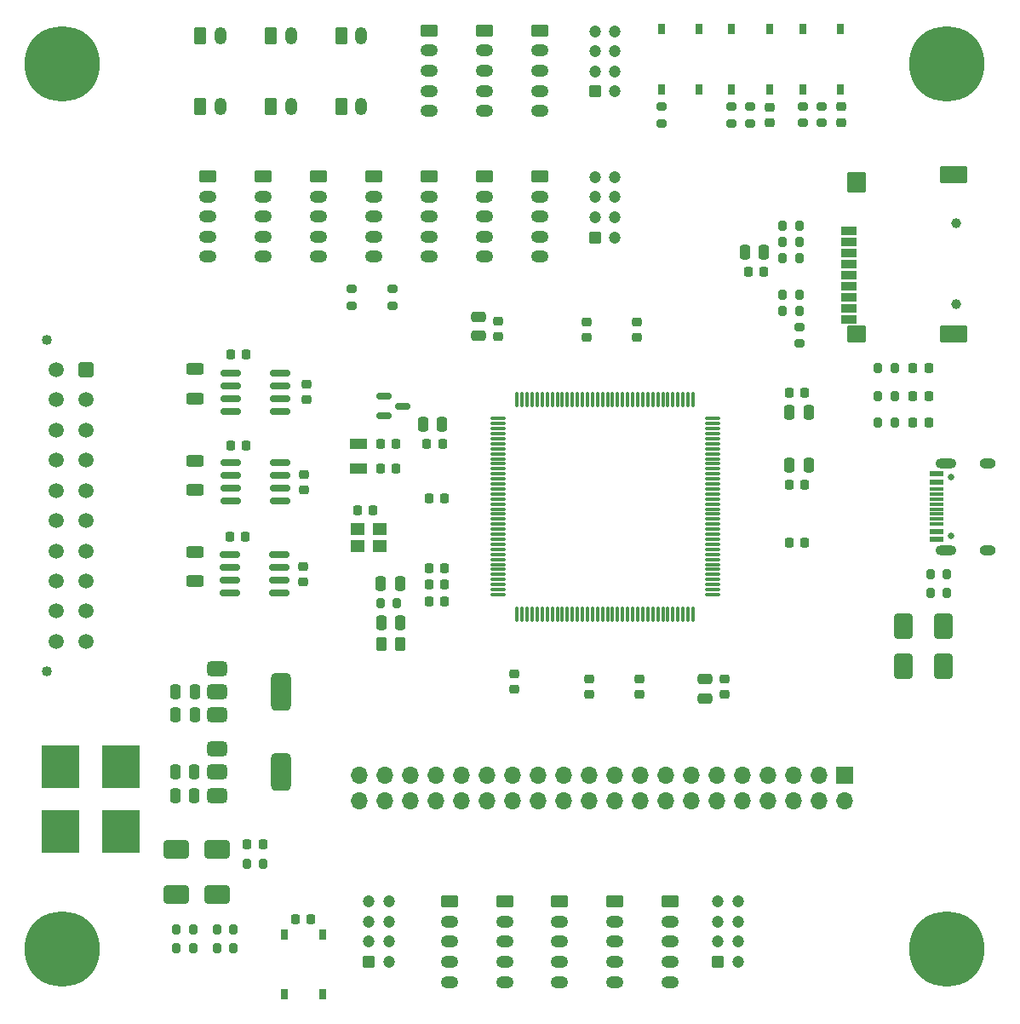
<source format=gbr>
%TF.GenerationSoftware,KiCad,Pcbnew,8.0.1*%
%TF.CreationDate,2024-03-19T23:57:42+08:00*%
%TF.ProjectId,bigger-brain,62696767-6572-42d6-9272-61696e2e6b69,2*%
%TF.SameCoordinates,Original*%
%TF.FileFunction,Soldermask,Top*%
%TF.FilePolarity,Negative*%
%FSLAX46Y46*%
G04 Gerber Fmt 4.6, Leading zero omitted, Abs format (unit mm)*
G04 Created by KiCad (PCBNEW 8.0.1) date 2024-03-19 23:57:42*
%MOMM*%
%LPD*%
G01*
G04 APERTURE LIST*
G04 Aperture macros list*
%AMRoundRect*
0 Rectangle with rounded corners*
0 $1 Rounding radius*
0 $2 $3 $4 $5 $6 $7 $8 $9 X,Y pos of 4 corners*
0 Add a 4 corners polygon primitive as box body*
4,1,4,$2,$3,$4,$5,$6,$7,$8,$9,$2,$3,0*
0 Add four circle primitives for the rounded corners*
1,1,$1+$1,$2,$3*
1,1,$1+$1,$4,$5*
1,1,$1+$1,$6,$7*
1,1,$1+$1,$8,$9*
0 Add four rect primitives between the rounded corners*
20,1,$1+$1,$2,$3,$4,$5,0*
20,1,$1+$1,$4,$5,$6,$7,0*
20,1,$1+$1,$6,$7,$8,$9,0*
20,1,$1+$1,$8,$9,$2,$3,0*%
G04 Aperture macros list end*
%ADD10RoundRect,0.250000X-0.625000X0.350000X-0.625000X-0.350000X0.625000X-0.350000X0.625000X0.350000X0*%
%ADD11O,1.750000X1.200000*%
%ADD12R,0.750000X1.000000*%
%ADD13RoundRect,0.225000X-0.250000X0.225000X-0.250000X-0.225000X0.250000X-0.225000X0.250000X0.225000X0*%
%ADD14RoundRect,0.250000X0.475000X-0.250000X0.475000X0.250000X-0.475000X0.250000X-0.475000X-0.250000X0*%
%ADD15RoundRect,0.375000X-0.625000X-0.375000X0.625000X-0.375000X0.625000X0.375000X-0.625000X0.375000X0*%
%ADD16RoundRect,0.500000X-0.500000X-1.400000X0.500000X-1.400000X0.500000X1.400000X-0.500000X1.400000X0*%
%ADD17C,4.700000*%
%ADD18C,7.500000*%
%ADD19R,3.810000X4.240000*%
%ADD20RoundRect,0.075000X-0.662500X-0.075000X0.662500X-0.075000X0.662500X0.075000X-0.662500X0.075000X0*%
%ADD21RoundRect,0.075000X-0.075000X-0.662500X0.075000X-0.662500X0.075000X0.662500X-0.075000X0.662500X0*%
%ADD22RoundRect,0.250000X0.250000X0.475000X-0.250000X0.475000X-0.250000X-0.475000X0.250000X-0.475000X0*%
%ADD23RoundRect,0.250000X-0.350000X-0.625000X0.350000X-0.625000X0.350000X0.625000X-0.350000X0.625000X0*%
%ADD24O,1.200000X1.750000*%
%ADD25RoundRect,0.200000X0.200000X0.275000X-0.200000X0.275000X-0.200000X-0.275000X0.200000X-0.275000X0*%
%ADD26RoundRect,0.150000X0.825000X0.150000X-0.825000X0.150000X-0.825000X-0.150000X0.825000X-0.150000X0*%
%ADD27R,1.700000X1.700000*%
%ADD28O,1.700000X1.700000*%
%ADD29RoundRect,0.225000X0.250000X-0.225000X0.250000X0.225000X-0.250000X0.225000X-0.250000X-0.225000X0*%
%ADD30RoundRect,0.218750X-0.218750X-0.256250X0.218750X-0.256250X0.218750X0.256250X-0.218750X0.256250X0*%
%ADD31RoundRect,0.200000X-0.275000X0.200000X-0.275000X-0.200000X0.275000X-0.200000X0.275000X0.200000X0*%
%ADD32RoundRect,0.218750X0.218750X0.256250X-0.218750X0.256250X-0.218750X-0.256250X0.218750X-0.256250X0*%
%ADD33RoundRect,0.250000X-0.475000X0.250000X-0.475000X-0.250000X0.475000X-0.250000X0.475000X0.250000X0*%
%ADD34RoundRect,0.250000X-0.250000X-0.475000X0.250000X-0.475000X0.250000X0.475000X-0.250000X0.475000X0*%
%ADD35R,1.400000X1.200000*%
%ADD36RoundRect,0.225000X-0.225000X-0.250000X0.225000X-0.250000X0.225000X0.250000X-0.225000X0.250000X0*%
%ADD37RoundRect,0.200000X-0.200000X-0.275000X0.200000X-0.275000X0.200000X0.275000X-0.200000X0.275000X0*%
%ADD38RoundRect,0.250000X0.650000X-1.000000X0.650000X1.000000X-0.650000X1.000000X-0.650000X-1.000000X0*%
%ADD39RoundRect,0.250000X-0.625000X0.312500X-0.625000X-0.312500X0.625000X-0.312500X0.625000X0.312500X0*%
%ADD40C,0.650000*%
%ADD41R,1.450000X0.600000*%
%ADD42R,1.450000X0.300000*%
%ADD43O,2.100000X1.000000*%
%ADD44O,1.600000X1.000000*%
%ADD45R,1.800000X1.000000*%
%ADD46RoundRect,0.250000X-0.262500X-0.450000X0.262500X-0.450000X0.262500X0.450000X-0.262500X0.450000X0*%
%ADD47RoundRect,0.250000X1.000000X0.650000X-1.000000X0.650000X-1.000000X-0.650000X1.000000X-0.650000X0*%
%ADD48RoundRect,0.250000X0.350000X-0.350000X0.350000X0.350000X-0.350000X0.350000X-0.350000X-0.350000X0*%
%ADD49C,1.200000*%
%ADD50RoundRect,0.225000X0.225000X0.250000X-0.225000X0.250000X-0.225000X-0.250000X0.225000X-0.250000X0*%
%ADD51RoundRect,0.200000X0.275000X-0.200000X0.275000X0.200000X-0.275000X0.200000X-0.275000X-0.200000X0*%
%ADD52RoundRect,0.150000X-0.587500X-0.150000X0.587500X-0.150000X0.587500X0.150000X-0.587500X0.150000X0*%
%ADD53C,0.999997*%
%ADD54RoundRect,0.102000X0.650000X0.350000X-0.650000X0.350000X-0.650000X-0.350000X0.650000X-0.350000X0*%
%ADD55RoundRect,0.102000X0.825500X0.723900X-0.825500X0.723900X-0.825500X-0.723900X0.825500X-0.723900X0*%
%ADD56RoundRect,0.102000X1.219200X0.723900X-1.219200X0.723900X-1.219200X-0.723900X1.219200X-0.723900X0*%
%ADD57RoundRect,0.102000X0.825500X0.927100X-0.825500X0.927100X-0.825500X-0.927100X0.825500X-0.927100X0*%
%ADD58C,1.020000*%
%ADD59RoundRect,0.250001X-0.499999X0.499999X-0.499999X-0.499999X0.499999X-0.499999X0.499999X0.499999X0*%
%ADD60C,1.500000*%
G04 APERTURE END LIST*
D10*
%TO.C,J414*%
X51027276Y-72181808D03*
D11*
X51027276Y-74181808D03*
X51027276Y-76181808D03*
X51027276Y-78181808D03*
X51027276Y-80181808D03*
%TD*%
D12*
%TO.C,SW404*%
X104681601Y-63552298D03*
X104681601Y-57552298D03*
X108431601Y-63552298D03*
X108431601Y-57552298D03*
%TD*%
%TO.C,SW402*%
X53150000Y-153500000D03*
X53150000Y-147500000D03*
X56900000Y-153500000D03*
X56900000Y-147500000D03*
%TD*%
D13*
%TO.C,C203*%
X76000000Y-121625000D03*
X76000000Y-123175000D03*
%TD*%
D14*
%TO.C,C212*%
X72400000Y-88050000D03*
X72400000Y-86150000D03*
%TD*%
D15*
%TO.C,U203*%
X46450000Y-121099994D03*
X46450000Y-123399994D03*
D16*
X52750000Y-123399994D03*
D15*
X46450000Y-125699994D03*
%TD*%
%TO.C,U201*%
X46450000Y-129100000D03*
X46450000Y-131400000D03*
D16*
X52750000Y-131400000D03*
D15*
X46450000Y-133700000D03*
%TD*%
D17*
%TO.C,H404*%
X119000000Y-149000000D03*
D18*
X119000000Y-149000000D03*
%TD*%
D19*
%TO.C,F201*%
X36842557Y-130895291D03*
X36842557Y-137265291D03*
%TD*%
D12*
%TO.C,SW401*%
X90581611Y-63523965D03*
X90581611Y-57523965D03*
X94331611Y-63523965D03*
X94331611Y-57523965D03*
%TD*%
D10*
%TO.C,J418*%
X73027276Y-72181807D03*
D11*
X73027276Y-74181807D03*
X73027276Y-76181807D03*
X73027276Y-78181807D03*
X73027276Y-80181807D03*
%TD*%
D20*
%TO.C,U101*%
X74337500Y-96250000D03*
X74337500Y-96750000D03*
X74337500Y-97250000D03*
X74337500Y-97750000D03*
X74337500Y-98250000D03*
X74337500Y-98750000D03*
X74337500Y-99250000D03*
X74337500Y-99750000D03*
X74337500Y-100250000D03*
X74337500Y-100750000D03*
X74337500Y-101250000D03*
X74337500Y-101750000D03*
X74337500Y-102250000D03*
X74337500Y-102750000D03*
X74337500Y-103250000D03*
X74337500Y-103750000D03*
X74337500Y-104250000D03*
X74337500Y-104750000D03*
X74337500Y-105250000D03*
X74337500Y-105750000D03*
X74337500Y-106250000D03*
X74337500Y-106750000D03*
X74337500Y-107250000D03*
X74337500Y-107750000D03*
X74337500Y-108250000D03*
X74337500Y-108750000D03*
X74337500Y-109250000D03*
X74337500Y-109750000D03*
X74337500Y-110250000D03*
X74337500Y-110750000D03*
X74337500Y-111250000D03*
X74337500Y-111750000D03*
X74337500Y-112250000D03*
X74337500Y-112750000D03*
X74337500Y-113250000D03*
X74337500Y-113750000D03*
D21*
X76250000Y-115662500D03*
X76750000Y-115662500D03*
X77250000Y-115662500D03*
X77750000Y-115662500D03*
X78250000Y-115662500D03*
X78750000Y-115662500D03*
X79250000Y-115662500D03*
X79750000Y-115662500D03*
X80250000Y-115662500D03*
X80750000Y-115662500D03*
X81250000Y-115662500D03*
X81750000Y-115662500D03*
X82250000Y-115662500D03*
X82750000Y-115662500D03*
X83250000Y-115662500D03*
X83750000Y-115662500D03*
X84250000Y-115662500D03*
X84750000Y-115662500D03*
X85250000Y-115662500D03*
X85750000Y-115662500D03*
X86250000Y-115662500D03*
X86750000Y-115662500D03*
X87250000Y-115662500D03*
X87750000Y-115662500D03*
X88250000Y-115662500D03*
X88750000Y-115662500D03*
X89250000Y-115662500D03*
X89750000Y-115662500D03*
X90250000Y-115662500D03*
X90750000Y-115662500D03*
X91250000Y-115662500D03*
X91750000Y-115662500D03*
X92250000Y-115662500D03*
X92750000Y-115662500D03*
X93250000Y-115662500D03*
X93750000Y-115662500D03*
D20*
X95662500Y-113750000D03*
X95662500Y-113250000D03*
X95662500Y-112750000D03*
X95662500Y-112250000D03*
X95662500Y-111750000D03*
X95662500Y-111250000D03*
X95662500Y-110750000D03*
X95662500Y-110250000D03*
X95662500Y-109750000D03*
X95662500Y-109250000D03*
X95662500Y-108750000D03*
X95662500Y-108250000D03*
X95662500Y-107750000D03*
X95662500Y-107250000D03*
X95662500Y-106750000D03*
X95662500Y-106250000D03*
X95662500Y-105750000D03*
X95662500Y-105250000D03*
X95662500Y-104750000D03*
X95662500Y-104250000D03*
X95662500Y-103750000D03*
X95662500Y-103250000D03*
X95662500Y-102750000D03*
X95662500Y-102250000D03*
X95662500Y-101750000D03*
X95662500Y-101250000D03*
X95662500Y-100750000D03*
X95662500Y-100250000D03*
X95662500Y-99750000D03*
X95662500Y-99250000D03*
X95662500Y-98750000D03*
X95662500Y-98250000D03*
X95662500Y-97750000D03*
X95662500Y-97250000D03*
X95662500Y-96750000D03*
X95662500Y-96250000D03*
D21*
X93750000Y-94337500D03*
X93250000Y-94337500D03*
X92750000Y-94337500D03*
X92250000Y-94337500D03*
X91750000Y-94337500D03*
X91250000Y-94337500D03*
X90750000Y-94337500D03*
X90250000Y-94337500D03*
X89750000Y-94337500D03*
X89250000Y-94337500D03*
X88750000Y-94337500D03*
X88250000Y-94337500D03*
X87750000Y-94337500D03*
X87250000Y-94337500D03*
X86750000Y-94337500D03*
X86250000Y-94337500D03*
X85750000Y-94337500D03*
X85250000Y-94337500D03*
X84750000Y-94337500D03*
X84250000Y-94337500D03*
X83750000Y-94337500D03*
X83250000Y-94337500D03*
X82750000Y-94337500D03*
X82250000Y-94337500D03*
X81750000Y-94337500D03*
X81250000Y-94337500D03*
X80750000Y-94337500D03*
X80250000Y-94337500D03*
X79750000Y-94337500D03*
X79250000Y-94337500D03*
X78750000Y-94337500D03*
X78250000Y-94337500D03*
X77750000Y-94337500D03*
X77250000Y-94337500D03*
X76750000Y-94337500D03*
X76250000Y-94337500D03*
%TD*%
D22*
%TO.C,C227*%
X44200000Y-125699998D03*
X42300000Y-125699998D03*
%TD*%
D10*
%TO.C,J424*%
X80500000Y-144250000D03*
D11*
X80500000Y-146250000D03*
X80500000Y-148250000D03*
X80500000Y-150250000D03*
X80500000Y-152250000D03*
%TD*%
D23*
%TO.C,J410*%
X44749999Y-65199998D03*
D24*
X46749999Y-65199998D03*
%TD*%
D22*
%TO.C,C216*%
X68800000Y-96800000D03*
X66900000Y-96800000D03*
%TD*%
D25*
%TO.C,R201*%
X64325000Y-114600000D03*
X62675000Y-114600000D03*
%TD*%
D26*
%TO.C,U701*%
X52609523Y-113610500D03*
X52609523Y-112340500D03*
X52609523Y-111070500D03*
X52609523Y-109800500D03*
X47659523Y-109800500D03*
X47659523Y-111070500D03*
X47659523Y-112340500D03*
X47659523Y-113610500D03*
%TD*%
D27*
%TO.C,J403*%
X108809415Y-131697663D03*
D28*
X108809415Y-134237663D03*
X106269415Y-131697663D03*
X106269415Y-134237663D03*
X103729415Y-131697663D03*
X103729415Y-134237663D03*
X101189415Y-131697663D03*
X101189415Y-134237663D03*
X98649415Y-131697663D03*
X98649415Y-134237663D03*
X96109415Y-131697663D03*
X96109415Y-134237663D03*
X93569415Y-131697663D03*
X93569415Y-134237663D03*
X91029415Y-131697663D03*
X91029415Y-134237663D03*
X88489415Y-131697663D03*
X88489415Y-134237663D03*
X85949415Y-131697663D03*
X85949415Y-134237663D03*
X83409415Y-131697663D03*
X83409415Y-134237663D03*
X80869415Y-131697663D03*
X80869415Y-134237663D03*
X78329415Y-131697663D03*
X78329415Y-134237663D03*
X75789415Y-131697663D03*
X75789415Y-134237663D03*
X73249415Y-131697663D03*
X73249415Y-134237663D03*
X70709415Y-131697663D03*
X70709415Y-134237663D03*
X68169415Y-131697663D03*
X68169415Y-134237663D03*
X65629415Y-131697663D03*
X65629415Y-134237663D03*
X63089415Y-131697663D03*
X63089415Y-134237663D03*
X60549415Y-131697663D03*
X60549415Y-134237663D03*
%TD*%
D17*
%TO.C,H401*%
X31000000Y-61000000D03*
D18*
X31000000Y-61000000D03*
%TD*%
D10*
%TO.C,J419*%
X78527276Y-72181807D03*
D11*
X78527276Y-74181807D03*
X78527276Y-76181807D03*
X78527276Y-78181807D03*
X78527276Y-80181807D03*
%TD*%
D29*
%TO.C,C209*%
X88200000Y-88175000D03*
X88200000Y-86625000D03*
%TD*%
D23*
%TO.C,J411*%
X51749999Y-65199998D03*
D24*
X53749999Y-65199998D03*
%TD*%
D25*
%TO.C,R409*%
X113812500Y-91200000D03*
X112162500Y-91200000D03*
%TD*%
D10*
%TO.C,J409*%
X78527276Y-57681807D03*
D11*
X78527276Y-59681807D03*
X78527276Y-61681807D03*
X78527276Y-63681807D03*
X78527276Y-65681807D03*
%TD*%
D30*
%TO.C,D403*%
X115612499Y-91200000D03*
X117187501Y-91200000D03*
%TD*%
D10*
%TO.C,J417*%
X67527276Y-72181807D03*
D11*
X67527276Y-74181807D03*
X67527276Y-76181807D03*
X67527276Y-78181807D03*
X67527276Y-80181807D03*
%TD*%
D22*
%TO.C,C223*%
X44149998Y-133699998D03*
X42249998Y-133699998D03*
%TD*%
D23*
%TO.C,J405*%
X51749999Y-58199999D03*
D24*
X53749999Y-58199999D03*
%TD*%
D31*
%TO.C,R406*%
X90600000Y-65275000D03*
X90600000Y-66925000D03*
%TD*%
D13*
%TO.C,C501*%
X55034523Y-101775000D03*
X55034523Y-103325000D03*
%TD*%
D32*
%TO.C,D406*%
X51000000Y-138600000D03*
X49424998Y-138600000D03*
%TD*%
D23*
%TO.C,J404*%
X44749999Y-58199999D03*
D24*
X46749999Y-58199999D03*
%TD*%
D13*
%TO.C,C206*%
X96900000Y-122125000D03*
X96900000Y-123675000D03*
%TD*%
D33*
%TO.C,C219*%
X94950000Y-122150000D03*
X94950000Y-124050000D03*
%TD*%
D25*
%TO.C,R204*%
X44025000Y-147050000D03*
X42375000Y-147050000D03*
%TD*%
D10*
%TO.C,J407*%
X67527276Y-57681807D03*
D11*
X67527276Y-59681807D03*
X67527276Y-61681807D03*
X67527276Y-63681807D03*
X67527276Y-65681807D03*
%TD*%
D10*
%TO.C,J426*%
X91500000Y-144250000D03*
D11*
X91500000Y-146250000D03*
X91500000Y-148250000D03*
X91500000Y-150250000D03*
X91500000Y-152250000D03*
%TD*%
D23*
%TO.C,J406*%
X58749999Y-58199999D03*
D24*
X60749999Y-58199999D03*
%TD*%
D34*
%TO.C,C214*%
X103350000Y-100900000D03*
X105250000Y-100900000D03*
%TD*%
D13*
%TO.C,C601*%
X55284523Y-92825000D03*
X55284523Y-94375000D03*
%TD*%
D35*
%TO.C,X101*%
X60400000Y-108950000D03*
X62600000Y-108950000D03*
X62600000Y-107250000D03*
X60400000Y-107250000D03*
%TD*%
D25*
%TO.C,R414*%
X51000000Y-140500000D03*
X49350000Y-140500000D03*
%TD*%
D36*
%TO.C,C101*%
X60400000Y-105400000D03*
X61950000Y-105400000D03*
%TD*%
D37*
%TO.C,R205*%
X46425000Y-148900000D03*
X48075000Y-148900000D03*
%TD*%
D25*
%TO.C,R401*%
X119025000Y-111700000D03*
X117375000Y-111700000D03*
%TD*%
D30*
%TO.C,D405*%
X115600000Y-96658579D03*
X117175002Y-96658579D03*
%TD*%
D38*
%TO.C,D401*%
X118650000Y-120850000D03*
X118650000Y-116850000D03*
%TD*%
D25*
%TO.C,R202*%
X44025000Y-148900000D03*
X42375000Y-148900000D03*
%TD*%
D39*
%TO.C,R404*%
X44200000Y-100437500D03*
X44200000Y-103362500D03*
%TD*%
D10*
%TO.C,J415*%
X56527276Y-72181805D03*
D11*
X56527276Y-74181805D03*
X56527276Y-76181805D03*
X56527276Y-78181805D03*
X56527276Y-80181805D03*
%TD*%
D40*
%TO.C,J401*%
X119400000Y-107890000D03*
X119400000Y-102110000D03*
D41*
X117955000Y-108250000D03*
X117955000Y-107450000D03*
D42*
X117955000Y-106250000D03*
X117955000Y-105250000D03*
X117955000Y-104750000D03*
X117955000Y-103750000D03*
D41*
X117955000Y-102550000D03*
X117955000Y-101750000D03*
X117955000Y-101750000D03*
X117955000Y-102550000D03*
D42*
X117955000Y-103250000D03*
X117955000Y-104250000D03*
X117955000Y-105750000D03*
X117955000Y-106750000D03*
D41*
X117955000Y-107450000D03*
X117955000Y-108250000D03*
D43*
X118870000Y-109320000D03*
D44*
X123050000Y-109320000D03*
D43*
X118870000Y-100680000D03*
D44*
X123050000Y-100680000D03*
%TD*%
D22*
%TO.C,C302*%
X100778744Y-79700000D03*
X98878744Y-79700000D03*
%TD*%
D25*
%TO.C,R412*%
X113812501Y-94058577D03*
X112162501Y-94058577D03*
%TD*%
D45*
%TO.C,Y101*%
X60450000Y-101250000D03*
X60450000Y-98750000D03*
%TD*%
D46*
%TO.C,L201*%
X62787500Y-118700000D03*
X64612500Y-118700000D03*
%TD*%
D36*
%TO.C,C213*%
X103325000Y-102800000D03*
X104875000Y-102800000D03*
%TD*%
D47*
%TO.C,D203*%
X46400000Y-143595094D03*
X42400000Y-143595094D03*
%TD*%
D34*
%TO.C,C220*%
X103350000Y-95650000D03*
X105250000Y-95650000D03*
%TD*%
D48*
%TO.C,J421*%
X61500000Y-150250000D03*
D49*
X63500000Y-150250000D03*
X61500000Y-148250000D03*
X63500000Y-148250000D03*
X61500000Y-146250000D03*
X63500000Y-146250000D03*
X61500000Y-144250000D03*
X63500000Y-144250000D03*
%TD*%
D31*
%TO.C,R101*%
X59800000Y-83375000D03*
X59800000Y-85025000D03*
%TD*%
D47*
%TO.C,D202*%
X46400000Y-139100000D03*
X42400000Y-139100000D03*
%TD*%
D36*
%TO.C,C702*%
X47659523Y-108000000D03*
X49209523Y-108000000D03*
%TD*%
D25*
%TO.C,R413*%
X113812501Y-96658579D03*
X112162501Y-96658579D03*
%TD*%
D13*
%TO.C,C204*%
X83400000Y-122150000D03*
X83400000Y-123700000D03*
%TD*%
D31*
%TO.C,R407*%
X99456611Y-65275000D03*
X99456611Y-66925000D03*
%TD*%
D26*
%TO.C,U501*%
X52709523Y-104460500D03*
X52709523Y-103190500D03*
X52709523Y-101920500D03*
X52709523Y-100650500D03*
X47759523Y-100650500D03*
X47759523Y-101920500D03*
X47759523Y-103190500D03*
X47759523Y-104460500D03*
%TD*%
D36*
%TO.C,C502*%
X47759523Y-98900000D03*
X49309523Y-98900000D03*
%TD*%
D50*
%TO.C,C215*%
X68825000Y-98750000D03*
X67275000Y-98750000D03*
%TD*%
D36*
%TO.C,C207*%
X103325000Y-108600000D03*
X104875000Y-108600000D03*
%TD*%
D25*
%TO.C,R305*%
X104303745Y-78700000D03*
X102653745Y-78700000D03*
%TD*%
D29*
%TO.C,C403*%
X108456601Y-66827298D03*
X108456601Y-65277298D03*
%TD*%
D17*
%TO.C,H402*%
X119000000Y-61000000D03*
D18*
X119000000Y-61000000D03*
%TD*%
D22*
%TO.C,C228*%
X44200000Y-123399996D03*
X42300000Y-123399996D03*
%TD*%
D51*
%TO.C,R102*%
X63900000Y-85025000D03*
X63900000Y-83375000D03*
%TD*%
D26*
%TO.C,U601*%
X52709523Y-95510500D03*
X52709523Y-94240500D03*
X52709523Y-92970500D03*
X52709523Y-91700500D03*
X47759523Y-91700500D03*
X47759523Y-92970500D03*
X47759523Y-94240500D03*
X47759523Y-95510500D03*
%TD*%
D48*
%TO.C,SWD401*%
X84000000Y-63750000D03*
D49*
X86000000Y-63750000D03*
X84000000Y-61750000D03*
X86000000Y-61750000D03*
X84000000Y-59750000D03*
X86000000Y-59750000D03*
X84000000Y-57750000D03*
X86000000Y-57750000D03*
%TD*%
D50*
%TO.C,C301*%
X100803745Y-81700000D03*
X99253745Y-81700000D03*
%TD*%
D10*
%TO.C,J423*%
X75000000Y-144250000D03*
D11*
X75000000Y-146250000D03*
X75000000Y-148250000D03*
X75000000Y-150250000D03*
X75000000Y-152250000D03*
%TD*%
D17*
%TO.C,H403*%
X31000000Y-149000000D03*
D18*
X31000000Y-149000000D03*
%TD*%
D29*
%TO.C,C210*%
X83200000Y-88175000D03*
X83200000Y-86625000D03*
%TD*%
D39*
%TO.C,R405*%
X44200000Y-109487500D03*
X44200000Y-112412500D03*
%TD*%
D30*
%TO.C,D404*%
X115600000Y-94058577D03*
X117175002Y-94058577D03*
%TD*%
D50*
%TO.C,C217*%
X69025000Y-114400000D03*
X67475000Y-114400000D03*
%TD*%
D36*
%TO.C,C602*%
X47784523Y-89850000D03*
X49334523Y-89850000D03*
%TD*%
D52*
%TO.C,D201*%
X63000000Y-94050000D03*
X63000000Y-95950000D03*
X64875000Y-95000000D03*
%TD*%
D19*
%TO.C,F202*%
X30847464Y-130895290D03*
X30847464Y-137265290D03*
%TD*%
D31*
%TO.C,R408*%
X106556601Y-65227298D03*
X106556601Y-66877298D03*
%TD*%
D23*
%TO.C,J412*%
X58749999Y-65199998D03*
D24*
X60749999Y-65199998D03*
%TD*%
D10*
%TO.C,J413*%
X45527276Y-72181807D03*
D11*
X45527276Y-74181807D03*
X45527276Y-76181807D03*
X45527276Y-78181807D03*
X45527276Y-80181807D03*
%TD*%
D53*
%TO.C,J301*%
X119909345Y-84840000D03*
X119909345Y-76864400D03*
D54*
X109204945Y-77606400D03*
X109204945Y-78706400D03*
X109204945Y-79806400D03*
X109204945Y-80906400D03*
X109204945Y-82006400D03*
X109204945Y-83106400D03*
X109204945Y-84206400D03*
X109204945Y-85306400D03*
X109204945Y-86406400D03*
D55*
X109978745Y-87824800D03*
D56*
X119678745Y-87824800D03*
D57*
X109978745Y-72775000D03*
D56*
X119678745Y-72000000D03*
%TD*%
D50*
%TO.C,C202*%
X69025000Y-111150000D03*
X67475000Y-111150000D03*
%TD*%
D34*
%TO.C,C222*%
X62700000Y-112650000D03*
X64600000Y-112650000D03*
%TD*%
D10*
%TO.C,J416*%
X62027276Y-72181807D03*
D11*
X62027276Y-74181807D03*
X62027276Y-76181807D03*
X62027276Y-78181807D03*
X62027276Y-80181807D03*
%TD*%
D10*
%TO.C,J425*%
X86000000Y-144250000D03*
D11*
X86000000Y-146250000D03*
X86000000Y-148250000D03*
X86000000Y-150250000D03*
X86000000Y-152250000D03*
%TD*%
D36*
%TO.C,C401*%
X54225000Y-146050000D03*
X55775000Y-146050000D03*
%TD*%
D25*
%TO.C,R402*%
X119025000Y-113600000D03*
X117375000Y-113600000D03*
%TD*%
D36*
%TO.C,C208*%
X103325000Y-93700000D03*
X104875000Y-93700000D03*
%TD*%
D25*
%TO.C,R301*%
X104303745Y-80300000D03*
X102653745Y-80300000D03*
%TD*%
D10*
%TO.C,J408*%
X73027276Y-57681807D03*
D11*
X73027276Y-59681807D03*
X73027276Y-61681807D03*
X73027276Y-63681807D03*
X73027276Y-65681807D03*
%TD*%
D22*
%TO.C,C224*%
X44150000Y-131399997D03*
X42250000Y-131399997D03*
%TD*%
D25*
%TO.C,R303*%
X104303745Y-85550000D03*
X102653745Y-85550000D03*
%TD*%
D37*
%TO.C,R203*%
X46425000Y-147050000D03*
X48075000Y-147050000D03*
%TD*%
D51*
%TO.C,R411*%
X104656601Y-66877298D03*
X104656601Y-65227298D03*
%TD*%
D48*
%TO.C,J427*%
X96250000Y-150250000D03*
D49*
X98250000Y-150250000D03*
X96250000Y-148250000D03*
X98250000Y-148250000D03*
X96250000Y-146250000D03*
X98250000Y-146250000D03*
X96250000Y-144250000D03*
X98250000Y-144250000D03*
%TD*%
D25*
%TO.C,R302*%
X104303745Y-83950000D03*
X102653745Y-83950000D03*
%TD*%
D12*
%TO.C,SW403*%
X97581611Y-63523965D03*
X97581611Y-57523965D03*
X101331611Y-63523965D03*
X101331611Y-57523965D03*
%TD*%
D25*
%TO.C,R304*%
X104303745Y-77100000D03*
X102653745Y-77100000D03*
%TD*%
D58*
%TO.C,J402*%
X29460000Y-88400000D03*
X29460000Y-121400000D03*
D59*
X33400000Y-91400000D03*
D60*
X33400000Y-94400000D03*
X33400000Y-97400000D03*
X33400000Y-100400000D03*
X33400000Y-103400000D03*
X33400000Y-106400000D03*
X33400000Y-109400000D03*
X33400000Y-112400000D03*
X33400000Y-115400000D03*
X33400000Y-118400000D03*
X30400000Y-91400000D03*
X30400000Y-94400000D03*
X30400000Y-97400000D03*
X30400000Y-100400000D03*
X30400000Y-103400000D03*
X30400000Y-106400000D03*
X30400000Y-109400000D03*
X30400000Y-112400000D03*
X30400000Y-115400000D03*
X30400000Y-118400000D03*
%TD*%
D29*
%TO.C,C402*%
X101400000Y-66875000D03*
X101400000Y-65325000D03*
%TD*%
D36*
%TO.C,C104*%
X62675000Y-98750000D03*
X64225000Y-98750000D03*
%TD*%
D13*
%TO.C,C205*%
X88400000Y-122125000D03*
X88400000Y-123675000D03*
%TD*%
D22*
%TO.C,C218*%
X64650000Y-116550000D03*
X62750000Y-116550000D03*
%TD*%
D39*
%TO.C,R403*%
X44250000Y-91337500D03*
X44250000Y-94262500D03*
%TD*%
D51*
%TO.C,R306*%
X104328745Y-88800000D03*
X104328745Y-87150000D03*
%TD*%
D13*
%TO.C,C701*%
X54984523Y-110925000D03*
X54984523Y-112475000D03*
%TD*%
D48*
%TO.C,J420*%
X84000000Y-78250000D03*
D49*
X86000000Y-78250000D03*
X84000000Y-76250000D03*
X86000000Y-76250000D03*
X84000000Y-74250000D03*
X86000000Y-74250000D03*
X84000000Y-72250000D03*
X86000000Y-72250000D03*
%TD*%
D38*
%TO.C,D402*%
X114700000Y-120850000D03*
X114700000Y-116850000D03*
%TD*%
D50*
%TO.C,C221*%
X69025000Y-112750000D03*
X67475000Y-112750000D03*
%TD*%
D10*
%TO.C,J422*%
X69500000Y-144249998D03*
D11*
X69500000Y-146249998D03*
X69500000Y-148249998D03*
X69500000Y-150249998D03*
X69500000Y-152249998D03*
%TD*%
D51*
%TO.C,R410*%
X97556611Y-66925000D03*
X97556611Y-65275000D03*
%TD*%
D50*
%TO.C,C201*%
X69025000Y-104200000D03*
X67475000Y-104200000D03*
%TD*%
D36*
%TO.C,C103*%
X62675000Y-101250000D03*
X64225000Y-101250000D03*
%TD*%
D29*
%TO.C,C211*%
X74350000Y-88125000D03*
X74350000Y-86575000D03*
%TD*%
M02*

</source>
